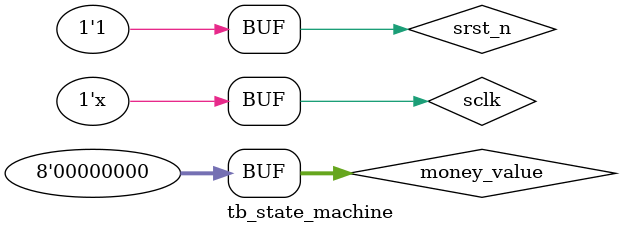
<source format=v>

`timescale 10ns / 10ns
module tb_state_machine ();
	/////////////////////////////////////////////
	// parameter and signals
	/////////////////////////////////////////////
	// parameter

	// regs or wires
	reg sclk = 0;
	reg srst_n = 0;

	reg [7:0] money_value = 0;
	wire [3:0] state;
	/////////////////////////////////////////////
	// main code
	/////////////////////////////////////////////
	// System clock
	always #10 sclk = ~sclk;

	//inital
	initial begin
		#0
			srst_n = 0;
		#30
			srst_n = 1;
		#10 money_value = 50;
		#30 money_value = 0;
	end

	// models
	sm sm_inst(
		   .flag(sclk),
		   .rst(srst_n),
		   .money_value(money_value),
		   .S_state(state)
		   );

	/////////////////////////////////////////////
	// code end
	/////////////////////////////////////////////
endmodule

</source>
